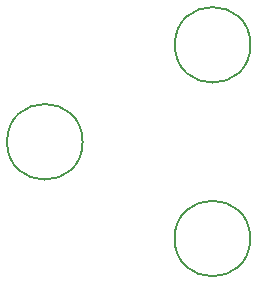
<source format=gbr>
%TF.GenerationSoftware,KiCad,Pcbnew,8.0.6*%
%TF.CreationDate,2024-11-27T15:34:58-05:00*%
%TF.ProjectId,lightboard,6c696768-7462-46f6-9172-642e6b696361,rev?*%
%TF.SameCoordinates,Original*%
%TF.FileFunction,Other,Comment*%
%FSLAX46Y46*%
G04 Gerber Fmt 4.6, Leading zero omitted, Abs format (unit mm)*
G04 Created by KiCad (PCBNEW 8.0.6) date 2024-11-27 15:34:58*
%MOMM*%
%LPD*%
G01*
G04 APERTURE LIST*
%ADD10C,0.150000*%
G04 APERTURE END LIST*
D10*
%TO.C,H3*%
X194790000Y-83610000D02*
G75*
G02*
X188390000Y-83610000I-3200000J0D01*
G01*
X188390000Y-83610000D02*
G75*
G02*
X194790000Y-83610000I3200000J0D01*
G01*
%TO.C,H2*%
X180580000Y-91820000D02*
G75*
G02*
X174180000Y-91820000I-3200000J0D01*
G01*
X174180000Y-91820000D02*
G75*
G02*
X180580000Y-91820000I3200000J0D01*
G01*
%TO.C,H1*%
X194770000Y-100010000D02*
G75*
G02*
X188370000Y-100010000I-3200000J0D01*
G01*
X188370000Y-100010000D02*
G75*
G02*
X194770000Y-100010000I3200000J0D01*
G01*
%TD*%
M02*

</source>
